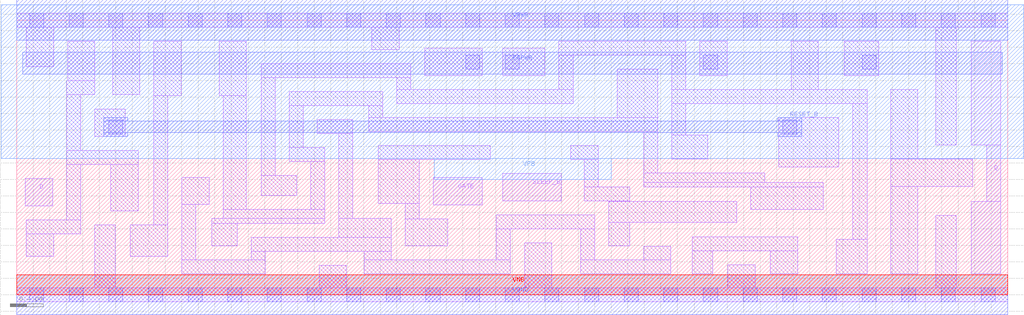
<source format=lef>
# Copyright 2020 The SkyWater PDK Authors
#
# Licensed under the Apache License, Version 2.0 (the "License");
# you may not use this file except in compliance with the License.
# You may obtain a copy of the License at
#
#     https://www.apache.org/licenses/LICENSE-2.0
#
# Unless required by applicable law or agreed to in writing, software
# distributed under the License is distributed on an "AS IS" BASIS,
# WITHOUT WARRANTIES OR CONDITIONS OF ANY KIND, either express or implied.
# See the License for the specific language governing permissions and
# limitations under the License.
#
# SPDX-License-Identifier: Apache-2.0

VERSION 5.7 ;
  NOWIREEXTENSIONATPIN ON ;
  DIVIDERCHAR "/" ;
  BUSBITCHARS "[]" ;
MACRO sky130_fd_sc_lp__srdlrtp_1
  CLASS CORE ;
  FOREIGN sky130_fd_sc_lp__srdlrtp_1 ;
  ORIGIN  0.000000  0.000000 ;
  SIZE  12.00000 BY  3.330000 ;
  SYMMETRY X Y R90 ;
  SITE unit ;
  PIN D
    ANTENNAGATEAREA  0.159000 ;
    DIRECTION INPUT ;
    USE SIGNAL ;
    PORT
      LAYER li1 ;
        RECT 0.105000 1.080000 0.435000 1.410000 ;
    END
  END D
  PIN Q
    ANTENNADIFFAREA  0.598500 ;
    DIRECTION OUTPUT ;
    USE SIGNAL ;
    PORT
      LAYER li1 ;
        RECT 11.555000 0.255000 11.915000 1.135000 ;
        RECT 11.555000 1.815000 11.915000 3.075000 ;
        RECT 11.745000 1.135000 11.915000 1.815000 ;
    END
  END Q
  PIN RESET_B
    ANTENNAGATEAREA  0.472000 ;
    DIRECTION INPUT ;
    USE SIGNAL ;
    PORT
      LAYER met1 ;
        RECT 1.055000 1.920000 1.345000 1.965000 ;
        RECT 1.055000 1.965000 9.505000 2.105000 ;
        RECT 1.055000 2.105000 1.345000 2.150000 ;
        RECT 9.215000 1.920000 9.505000 1.965000 ;
        RECT 9.215000 2.105000 9.505000 2.150000 ;
    END
  END RESET_B
  PIN SLEEP_B
    ANTENNAGATEAREA  0.598000 ;
    DIRECTION INPUT ;
    USE SIGNAL ;
    PORT
      LAYER li1 ;
        RECT 5.885000 1.140000 6.595000 1.470000 ;
    END
  END SLEEP_B
  PIN GATE
    ANTENNAGATEAREA  0.159000 ;
    DIRECTION INPUT ;
    USE CLOCK ;
    PORT
      LAYER li1 ;
        RECT 5.045000 1.090000 5.635000 1.420000 ;
    END
  END GATE
  PIN KAPWR
    DIRECTION INOUT ;
    USE POWER ;
    PORT
      LAYER met1 ;
        RECT 0.070000 2.675000 11.930000 2.945000 ;
    END
  END KAPWR
  PIN VGND
    DIRECTION INOUT ;
    USE GROUND ;
    PORT
      LAYER met1 ;
        RECT 0.000000 -0.245000 12.000000 0.245000 ;
    END
  END VGND
  PIN VNB
    DIRECTION INOUT ;
    USE GROUND ;
    PORT
      LAYER pwell ;
        RECT 0.000000 0.000000 12.000000 0.245000 ;
    END
  END VNB
  PIN VPB
    DIRECTION INOUT ;
    USE POWER ;
    PORT
      LAYER nwell ;
        RECT -0.190000 1.655000 12.190000 3.520000 ;
        RECT  5.055000 1.400000  7.200000 1.655000 ;
    END
  END VPB
  PIN VPWR
    DIRECTION INOUT ;
    USE POWER ;
    PORT
      LAYER met1 ;
        RECT 0.000000 3.085000 12.000000 3.575000 ;
    END
  END VPWR
  OBS
    LAYER li1 ;
      RECT  0.000000 -0.085000 12.000000 0.085000 ;
      RECT  0.000000  3.245000 12.000000 3.415000 ;
      RECT  0.115000  0.465000  0.445000 0.740000 ;
      RECT  0.115000  0.740000  0.775000 0.910000 ;
      RECT  0.115000  2.765000  0.445000 3.245000 ;
      RECT  0.605000  0.910000  0.775000 1.580000 ;
      RECT  0.605000  1.580000  1.470000 1.750000 ;
      RECT  0.605000  1.750000  0.775000 2.425000 ;
      RECT  0.605000  2.425000  0.945000 2.595000 ;
      RECT  0.615000  2.595000  0.945000 3.075000 ;
      RECT  0.945000  0.085000  1.195000 0.845000 ;
      RECT  0.945000  1.920000  1.315000 2.255000 ;
      RECT  1.140000  1.015000  1.470000 1.580000 ;
      RECT  1.160000  2.425000  1.490000 3.245000 ;
      RECT  1.375000  0.465000  1.830000 0.845000 ;
      RECT  1.660000  0.845000  1.830000 2.415000 ;
      RECT  1.660000  2.415000  1.990000 3.075000 ;
      RECT  2.000000  0.255000  3.010000 0.425000 ;
      RECT  2.000000  0.425000  2.170000 1.095000 ;
      RECT  2.000000  1.095000  2.330000 1.425000 ;
      RECT  2.360000  0.595000  2.670000 0.865000 ;
      RECT  2.360000  0.865000  3.730000 0.925000 ;
      RECT  2.450000  2.415000  2.780000 3.075000 ;
      RECT  2.500000  0.925000  3.730000 1.035000 ;
      RECT  2.500000  1.035000  2.780000 2.415000 ;
      RECT  2.840000  0.425000  3.010000 0.525000 ;
      RECT  2.840000  0.525000  4.535000 0.695000 ;
      RECT  2.960000  1.205000  3.390000 1.445000 ;
      RECT  2.960000  1.445000  3.130000 2.635000 ;
      RECT  2.960000  2.635000  4.770000 2.805000 ;
      RECT  3.300000  1.615000  3.730000 1.785000 ;
      RECT  3.300000  1.785000  3.470000 2.295000 ;
      RECT  3.300000  2.295000  4.430000 2.465000 ;
      RECT  3.560000  1.035000  3.730000 1.615000 ;
      RECT  3.640000  1.955000  4.070000 2.125000 ;
      RECT  3.660000  0.085000  3.990000 0.355000 ;
      RECT  3.900000  0.695000  4.535000 0.925000 ;
      RECT  3.900000  0.925000  4.070000 1.955000 ;
      RECT  4.205000  0.255000  5.975000 0.425000 ;
      RECT  4.205000  0.425000  4.535000 0.525000 ;
      RECT  4.260000  1.980000  7.760000 2.150000 ;
      RECT  4.260000  2.150000  4.430000 2.295000 ;
      RECT  4.300000  2.975000  4.630000 3.245000 ;
      RECT  4.375000  1.105000  4.875000 1.640000 ;
      RECT  4.375000  1.640000  5.735000 1.810000 ;
      RECT  4.600000  2.320000  6.735000 2.490000 ;
      RECT  4.600000  2.490000  4.770000 2.635000 ;
      RECT  4.705000  0.595000  5.220000 0.920000 ;
      RECT  4.705000  0.920000  4.875000 1.105000 ;
      RECT  4.940000  2.660000  5.635000 2.990000 ;
      RECT  5.805000  0.425000  5.975000 0.800000 ;
      RECT  5.805000  0.800000  7.000000 0.970000 ;
      RECT  5.885000  2.660000  6.395000 2.990000 ;
      RECT  6.150000  0.085000  6.480000 0.630000 ;
      RECT  6.565000  2.490000  6.735000 2.905000 ;
      RECT  6.565000  2.905000  8.100000 3.075000 ;
      RECT  6.710000  1.640000  7.040000 1.810000 ;
      RECT  6.830000  0.255000  7.920000 0.425000 ;
      RECT  6.830000  0.425000  7.000000 0.800000 ;
      RECT  6.870000  1.140000  7.420000 1.310000 ;
      RECT  6.870000  1.310000  7.040000 1.640000 ;
      RECT  7.170000  0.595000  7.420000 0.875000 ;
      RECT  7.170000  0.875000  8.715000 1.135000 ;
      RECT  7.170000  1.135000  7.420000 1.140000 ;
      RECT  7.270000  2.150000  7.760000 2.735000 ;
      RECT  7.590000  0.425000  7.920000 0.585000 ;
      RECT  7.590000  1.305000  9.765000 1.365000 ;
      RECT  7.590000  1.365000  9.055000 1.475000 ;
      RECT  7.590000  1.475000  7.760000 1.980000 ;
      RECT  7.930000  1.645000  8.365000 1.935000 ;
      RECT  7.930000  1.935000  8.100000 2.320000 ;
      RECT  7.930000  2.320000 10.295000 2.490000 ;
      RECT  7.930000  2.490000  8.100000 2.905000 ;
      RECT  8.180000  0.255000  8.430000 0.535000 ;
      RECT  8.180000  0.535000  9.455000 0.705000 ;
      RECT  8.270000  2.660000  8.600000 3.075000 ;
      RECT  8.610000  0.085000  8.940000 0.365000 ;
      RECT  8.885000  1.035000  9.765000 1.305000 ;
      RECT  9.125000  0.255000  9.455000 0.535000 ;
      RECT  9.225000  1.550000  9.955000 2.150000 ;
      RECT  9.375000  2.490000  9.705000 3.075000 ;
      RECT  9.920000  0.255000 10.295000 0.675000 ;
      RECT 10.020000  2.660000 10.435000 3.075000 ;
      RECT 10.125000  0.675000 10.295000 2.320000 ;
      RECT 10.580000  0.255000 10.910000 1.315000 ;
      RECT 10.580000  1.315000 11.575000 1.645000 ;
      RECT 10.580000  1.645000 10.910000 2.490000 ;
      RECT 11.125000  0.085000 11.375000 0.965000 ;
      RECT 11.125000  1.815000 11.375000 3.245000 ;
    LAYER mcon ;
      RECT  0.155000 -0.085000  0.325000 0.085000 ;
      RECT  0.155000  3.245000  0.325000 3.415000 ;
      RECT  0.635000 -0.085000  0.805000 0.085000 ;
      RECT  0.635000  3.245000  0.805000 3.415000 ;
      RECT  1.115000 -0.085000  1.285000 0.085000 ;
      RECT  1.115000  1.950000  1.285000 2.120000 ;
      RECT  1.115000  3.245000  1.285000 3.415000 ;
      RECT  1.595000 -0.085000  1.765000 0.085000 ;
      RECT  1.595000  3.245000  1.765000 3.415000 ;
      RECT  2.075000 -0.085000  2.245000 0.085000 ;
      RECT  2.075000  3.245000  2.245000 3.415000 ;
      RECT  2.555000 -0.085000  2.725000 0.085000 ;
      RECT  2.555000  3.245000  2.725000 3.415000 ;
      RECT  3.035000 -0.085000  3.205000 0.085000 ;
      RECT  3.035000  3.245000  3.205000 3.415000 ;
      RECT  3.515000 -0.085000  3.685000 0.085000 ;
      RECT  3.515000  3.245000  3.685000 3.415000 ;
      RECT  3.995000 -0.085000  4.165000 0.085000 ;
      RECT  3.995000  3.245000  4.165000 3.415000 ;
      RECT  4.475000 -0.085000  4.645000 0.085000 ;
      RECT  4.475000  3.245000  4.645000 3.415000 ;
      RECT  4.955000 -0.085000  5.125000 0.085000 ;
      RECT  4.955000  3.245000  5.125000 3.415000 ;
      RECT  5.435000 -0.085000  5.605000 0.085000 ;
      RECT  5.435000  2.735000  5.605000 2.905000 ;
      RECT  5.435000  3.245000  5.605000 3.415000 ;
      RECT  5.915000 -0.085000  6.085000 0.085000 ;
      RECT  5.915000  2.735000  6.085000 2.905000 ;
      RECT  5.915000  3.245000  6.085000 3.415000 ;
      RECT  6.395000 -0.085000  6.565000 0.085000 ;
      RECT  6.395000  3.245000  6.565000 3.415000 ;
      RECT  6.875000 -0.085000  7.045000 0.085000 ;
      RECT  6.875000  3.245000  7.045000 3.415000 ;
      RECT  7.355000 -0.085000  7.525000 0.085000 ;
      RECT  7.355000  3.245000  7.525000 3.415000 ;
      RECT  7.835000 -0.085000  8.005000 0.085000 ;
      RECT  7.835000  3.245000  8.005000 3.415000 ;
      RECT  8.315000 -0.085000  8.485000 0.085000 ;
      RECT  8.315000  2.735000  8.485000 2.905000 ;
      RECT  8.315000  3.245000  8.485000 3.415000 ;
      RECT  8.795000 -0.085000  8.965000 0.085000 ;
      RECT  8.795000  3.245000  8.965000 3.415000 ;
      RECT  9.275000 -0.085000  9.445000 0.085000 ;
      RECT  9.275000  1.950000  9.445000 2.120000 ;
      RECT  9.275000  3.245000  9.445000 3.415000 ;
      RECT  9.755000 -0.085000  9.925000 0.085000 ;
      RECT  9.755000  3.245000  9.925000 3.415000 ;
      RECT 10.235000 -0.085000 10.405000 0.085000 ;
      RECT 10.235000  2.735000 10.405000 2.905000 ;
      RECT 10.235000  3.245000 10.405000 3.415000 ;
      RECT 10.715000 -0.085000 10.885000 0.085000 ;
      RECT 10.715000  3.245000 10.885000 3.415000 ;
      RECT 11.195000 -0.085000 11.365000 0.085000 ;
      RECT 11.195000  3.245000 11.365000 3.415000 ;
      RECT 11.675000 -0.085000 11.845000 0.085000 ;
      RECT 11.675000  3.245000 11.845000 3.415000 ;
  END
END sky130_fd_sc_lp__srdlrtp_1
END LIBRARY

</source>
